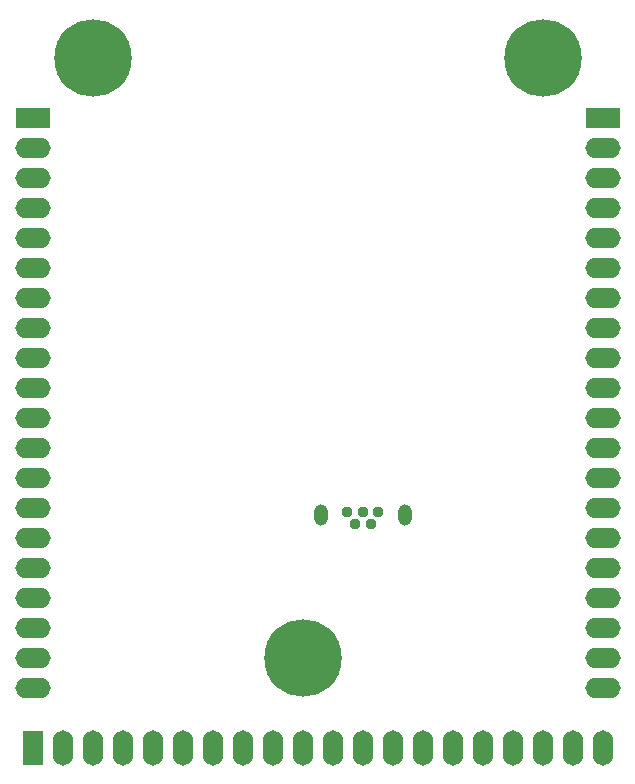
<source format=gbs>
G04*
G04 #@! TF.GenerationSoftware,Altium Limited,Altium Designer,21.6.4 (81)*
G04*
G04 Layer_Color=16711935*
%FSLAX25Y25*%
%MOIN*%
G70*
G04*
G04 #@! TF.SameCoordinates,15FEF366-9F57-466A-8581-DEE9C99B8A09*
G04*
G04*
G04 #@! TF.FilePolarity,Negative*
G04*
G01*
G75*
%ADD34C,0.25800*%
%ADD35O,0.11800X0.06800*%
%ADD36R,0.11800X0.06800*%
%ADD37O,0.06800X0.11800*%
%ADD38R,0.06800X0.11800*%
%ADD39C,0.03753*%
G04:AMPARAMS|DCode=40|XSize=47.37mil|YSize=70.99mil|CornerRadius=23.68mil|HoleSize=0mil|Usage=FLASHONLY|Rotation=0.000|XOffset=0mil|YOffset=0mil|HoleType=Round|Shape=RoundedRectangle|*
%AMROUNDEDRECTD40*
21,1,0.04737,0.02362,0,0,0.0*
21,1,0.00000,0.07099,0,0,0.0*
1,1,0.04737,0.00000,-0.01181*
1,1,0.04737,0.00000,-0.01181*
1,1,0.04737,0.00000,0.01181*
1,1,0.04737,0.00000,0.01181*
%
%ADD40ROUNDEDRECTD40*%
D34*
X178000Y238000D02*
D03*
X28000D02*
D03*
X98000Y38000D02*
D03*
D35*
X198000Y28000D02*
D03*
Y38000D02*
D03*
Y48000D02*
D03*
Y58000D02*
D03*
Y68000D02*
D03*
Y78000D02*
D03*
Y88000D02*
D03*
Y98000D02*
D03*
Y108000D02*
D03*
Y118000D02*
D03*
Y128000D02*
D03*
Y138000D02*
D03*
Y148000D02*
D03*
Y158000D02*
D03*
Y168000D02*
D03*
Y178000D02*
D03*
Y188000D02*
D03*
Y198000D02*
D03*
Y208000D02*
D03*
X8000Y28000D02*
D03*
Y38000D02*
D03*
Y48000D02*
D03*
Y58000D02*
D03*
Y68000D02*
D03*
Y78000D02*
D03*
Y88000D02*
D03*
Y98000D02*
D03*
Y108000D02*
D03*
Y118000D02*
D03*
Y128000D02*
D03*
Y138000D02*
D03*
Y148000D02*
D03*
Y158000D02*
D03*
Y168000D02*
D03*
Y178000D02*
D03*
Y188000D02*
D03*
Y198000D02*
D03*
Y208000D02*
D03*
D36*
X198000Y218000D02*
D03*
X8000D02*
D03*
D37*
X198000Y8000D02*
D03*
X188000D02*
D03*
X178000D02*
D03*
X168000D02*
D03*
X158000D02*
D03*
X148000D02*
D03*
X138000D02*
D03*
X128000D02*
D03*
X118000D02*
D03*
X108000D02*
D03*
X98000D02*
D03*
X88000D02*
D03*
X78000D02*
D03*
X68000D02*
D03*
X58000D02*
D03*
X48000D02*
D03*
X38000D02*
D03*
X28000D02*
D03*
X18000D02*
D03*
D38*
X8000D02*
D03*
D39*
X112882Y86500D02*
D03*
X115441Y82563D02*
D03*
X118000Y86500D02*
D03*
X123118D02*
D03*
X120559Y82563D02*
D03*
D40*
X103925Y85634D02*
D03*
X132075D02*
D03*
M02*

</source>
